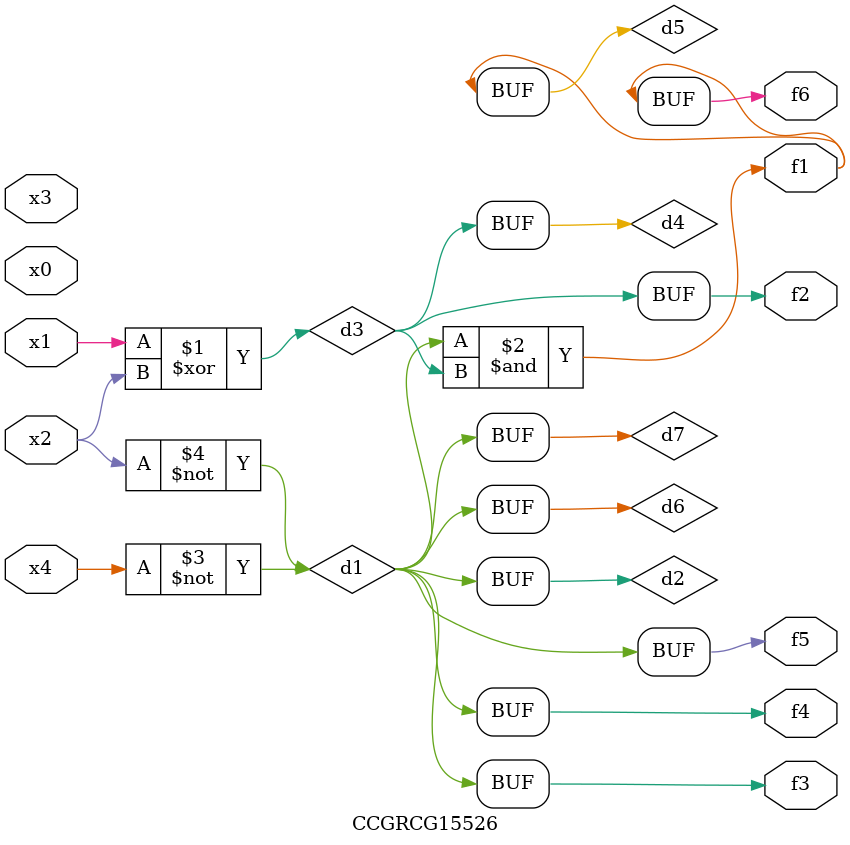
<source format=v>
module CCGRCG15526(
	input x0, x1, x2, x3, x4,
	output f1, f2, f3, f4, f5, f6
);

	wire d1, d2, d3, d4, d5, d6, d7;

	not (d1, x4);
	not (d2, x2);
	xor (d3, x1, x2);
	buf (d4, d3);
	and (d5, d1, d3);
	buf (d6, d1, d2);
	buf (d7, d2);
	assign f1 = d5;
	assign f2 = d4;
	assign f3 = d7;
	assign f4 = d7;
	assign f5 = d7;
	assign f6 = d5;
endmodule

</source>
